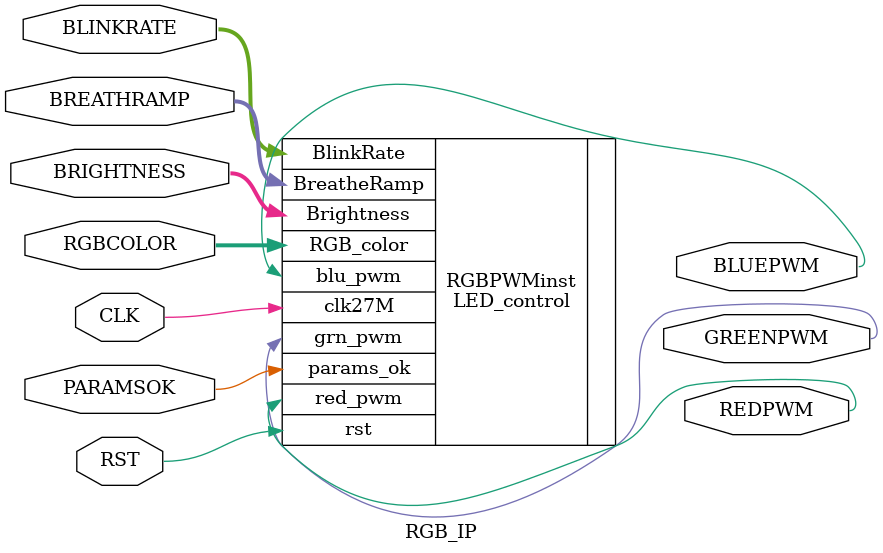
<source format=v>
`timescale 1ps/1ps
module RGB_IP ( 
CLK,RST,PARAMSOK,RGBCOLOR,BRIGHTNESS,BREATHRAMP,BLINKRATE,REDPWM,GREENPWM,BLUEPWM
); 
	input CLK; 
	input RST; 			
	input PARAMSOK; 
	input [3:0]  RGBCOLOR; 
	input [3:0] BRIGHTNESS; 
	input [3:0]BREATHRAMP; 
	input [3:0] BLINKRATE; 
	output REDPWM; 
	output GREENPWM; 
	output BLUEPWM;

LED_control RGBPWMinst (
       .clk27M(CLK),        
       .rst(RST),           
       .params_ok(PARAMSOK),     
       .RGB_color(RGBCOLOR),     
       .Brightness(BRIGHTNESS),    
       .BreatheRamp(BREATHRAMP),   
       .BlinkRate(BLINKRATE),     
       .red_pwm (REDPWM),       
       .grn_pwm(GREENPWM),       
       .blu_pwm(BLUEPWM)        
        );


endmodule 

</source>
